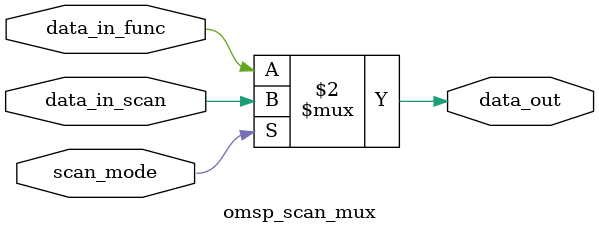
<source format=v>


module omsp_scan_mux(data_out, data_in_scan, data_in_func, scan_mode);
  output   data_out;
  input   data_in_scan;
  input   data_in_func;
  input   scan_mode;


  assign data_out = (scan_mode == 1'b1) ? (data_in_scan)
        : (data_in_func);
endmodule

</source>
